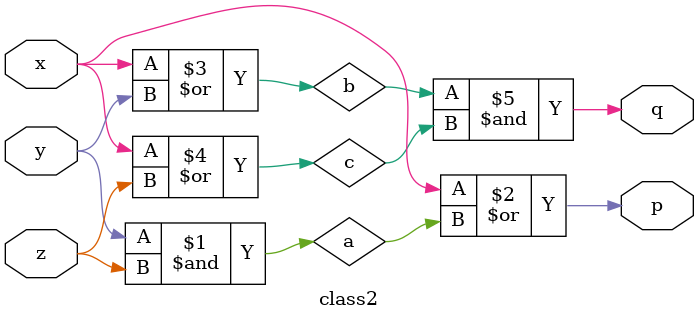
<source format=v>
module class2(x,y,z,p,q);
	input x,y,z;
	output p,q;
	and (a,y,z);
	or (p,x,a);
	or (b,x,y);
	or (c,x,z);
	and (q,b,c);
endmodule

</source>
